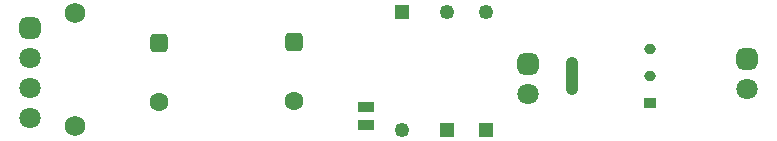
<source format=gbr>
%TF.GenerationSoftware,Altium Limited,Altium Designer,25.0.2 (28)*%
G04 Layer_Color=8388736*
%FSLAX45Y45*%
%MOMM*%
%TF.SameCoordinates,A0A746A1-3CD2-44F8-AC9A-FD4DD348DB9E*%
%TF.FilePolarity,Negative*%
%TF.FileFunction,Soldermask,Top*%
%TF.Part,Single*%
G01*
G75*
%TA.AperFunction,SMDPad,CuDef*%
%ADD10R,1.35000X0.95000*%
G04:AMPARAMS|DCode=11|XSize=1.00429mm|YSize=3.18213mm|CornerRadius=0.43687mm|HoleSize=0mm|Usage=FLASHONLY|Rotation=180.000|XOffset=0mm|YOffset=0mm|HoleType=Round|Shape=RoundedRectangle|*
%AMROUNDEDRECTD11*
21,1,1.00429,2.30840,0,0,180.0*
21,1,0.13056,3.18213,0,0,180.0*
1,1,0.87373,-0.06528,1.15420*
1,1,0.87373,0.06528,1.15420*
1,1,0.87373,0.06528,-1.15420*
1,1,0.87373,-0.06528,-1.15420*
%
%ADD11ROUNDEDRECTD11*%
G04:AMPARAMS|DCode=12|XSize=1.00429mm|YSize=0.87213mm|CornerRadius=0.43606mm|HoleSize=0mm|Usage=FLASHONLY|Rotation=180.000|XOffset=0mm|YOffset=0mm|HoleType=Round|Shape=RoundedRectangle|*
%AMROUNDEDRECTD12*
21,1,1.00429,0.00000,0,0,180.0*
21,1,0.13216,0.87213,0,0,180.0*
1,1,0.87213,-0.06608,0.00000*
1,1,0.87213,0.06608,0.00000*
1,1,0.87213,0.06608,0.00000*
1,1,0.87213,-0.06608,0.00000*
%
%ADD12ROUNDEDRECTD12*%
%ADD13R,1.00429X0.87213*%
%TA.AperFunction,ComponentPad*%
%ADD19C,1.25000*%
%ADD20R,1.25000X1.25000*%
%TA.AperFunction,TestPad*%
%ADD28C,1.60320*%
%TA.AperFunction,ComponentPad*%
G04:AMPARAMS|DCode=29|XSize=1.6032mm|YSize=1.6032mm|CornerRadius=0.4516mm|HoleSize=0mm|Usage=FLASHONLY|Rotation=90.000|XOffset=0mm|YOffset=0mm|HoleType=Round|Shape=RoundedRectangle|*
%AMROUNDEDRECTD29*
21,1,1.60320,0.70000,0,0,90.0*
21,1,0.70000,1.60320,0,0,90.0*
1,1,0.90320,0.35000,0.35000*
1,1,0.90320,0.35000,-0.35000*
1,1,0.90320,-0.35000,-0.35000*
1,1,0.90320,-0.35000,0.35000*
%
%ADD29ROUNDEDRECTD29*%
%ADD30C,1.80320*%
G04:AMPARAMS|DCode=31|XSize=1.8032mm|YSize=1.8032mm|CornerRadius=0.5016mm|HoleSize=0mm|Usage=FLASHONLY|Rotation=270.000|XOffset=0mm|YOffset=0mm|HoleType=Round|Shape=RoundedRectangle|*
%AMROUNDEDRECTD31*
21,1,1.80320,0.80000,0,0,270.0*
21,1,0.80000,1.80320,0,0,270.0*
1,1,1.00320,-0.40000,-0.40000*
1,1,1.00320,-0.40000,0.40000*
1,1,1.00320,0.40000,0.40000*
1,1,1.00320,0.40000,-0.40000*
%
%ADD31ROUNDEDRECTD31*%
%ADD32C,1.60320*%
%ADD33C,1.75320*%
D10*
X9055100Y7011599D02*
D03*
Y7161601D02*
D03*
D11*
X10795700Y7429500D02*
D03*
D12*
X11454700Y7658500D02*
D03*
Y7429500D02*
D03*
D13*
Y7200500D02*
D03*
D19*
X10071100Y7967598D02*
D03*
X9359900Y6967601D02*
D03*
X9740900Y7967599D02*
D03*
D20*
X10071100Y6967600D02*
D03*
X9359900Y7967599D02*
D03*
X9740900Y6967601D02*
D03*
D28*
X8445500Y7213600D02*
D03*
D29*
Y7713599D02*
D03*
X7302500Y7704902D02*
D03*
D30*
X10426700Y7273000D02*
D03*
X12280900Y7315200D02*
D03*
X6210300Y7581900D02*
D03*
Y7327900D02*
D03*
Y7073900D02*
D03*
D31*
X10426700Y7527000D02*
D03*
X12280900Y7569200D02*
D03*
X6210300Y7835900D02*
D03*
D32*
X7302500Y7204898D02*
D03*
D33*
X6591300Y7957302D02*
D03*
Y7003298D02*
D03*
%TF.MD5,5d9229dce7c67138eb5c04a6dc50af7f*%
M02*

</source>
